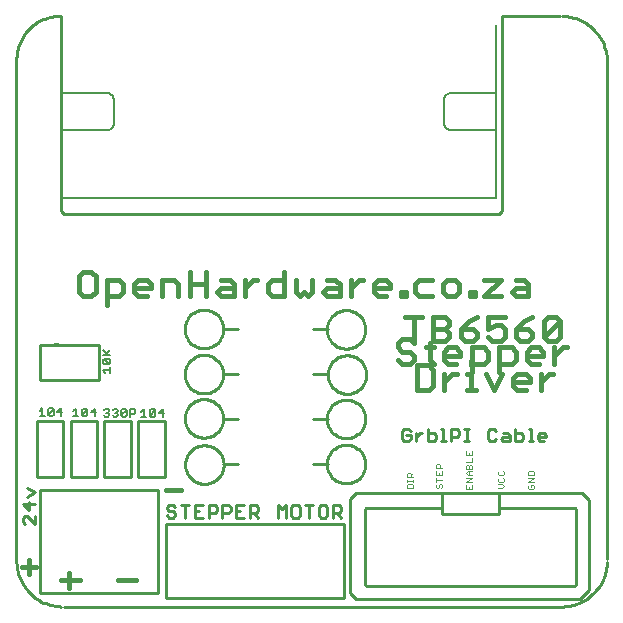
<source format=gto>
G75*
G70*
%OFA0B0*%
%FSLAX24Y24*%
%IPPOS*%
%LPD*%
%AMOC8*
5,1,8,0,0,1.08239X$1,22.5*
%
%ADD10C,0.0100*%
%ADD11C,0.0060*%
%ADD12C,0.0090*%
%ADD13C,0.0040*%
%ADD14C,0.0150*%
%ADD15C,0.0180*%
%ADD16C,0.0160*%
%ADD17C,0.0050*%
D10*
X002059Y001272D02*
X002059Y004717D01*
X005996Y004717D01*
X005996Y001272D01*
X002059Y001272D01*
X002847Y000829D02*
X019332Y000829D01*
X019382Y000829D01*
X020071Y001075D02*
X020367Y001370D01*
X020367Y004372D01*
X020120Y004619D01*
X015445Y004619D01*
X015445Y004126D01*
X015445Y003930D01*
X017365Y003930D01*
X017365Y004569D01*
X017414Y004126D02*
X019874Y004126D01*
X019924Y004077D01*
X019924Y001567D01*
X019874Y001518D01*
X012935Y001518D01*
X012886Y001567D01*
X012886Y004077D01*
X012935Y004126D01*
X015445Y004126D01*
X015445Y004619D02*
X012591Y004619D01*
X012394Y004422D01*
X012394Y001272D01*
X012591Y001075D01*
X020071Y001075D01*
X019332Y000829D02*
X019409Y000826D01*
X019486Y000827D01*
X019563Y000832D01*
X019640Y000841D01*
X019716Y000854D01*
X019791Y000870D01*
X019866Y000891D01*
X019939Y000915D01*
X020011Y000943D01*
X020082Y000974D01*
X020151Y001009D01*
X020218Y001047D01*
X020283Y001089D01*
X020346Y001133D01*
X020406Y001181D01*
X020464Y001232D01*
X020520Y001286D01*
X020572Y001343D01*
X020622Y001402D01*
X020668Y001463D01*
X020712Y001527D01*
X020752Y001593D01*
X020789Y001661D01*
X020822Y001730D01*
X020852Y001801D01*
X020879Y001874D01*
X020901Y001948D01*
X020920Y002023D01*
X020935Y002098D01*
X020946Y002175D01*
X020953Y002252D01*
X020957Y002329D01*
X020957Y002404D02*
X020957Y018889D01*
X020957Y018939D01*
X020957Y018889D02*
X020960Y018966D01*
X020959Y019043D01*
X020954Y019120D01*
X020945Y019197D01*
X020932Y019273D01*
X020916Y019348D01*
X020895Y019423D01*
X020871Y019496D01*
X020843Y019568D01*
X020812Y019639D01*
X020777Y019708D01*
X020739Y019775D01*
X020697Y019840D01*
X020653Y019903D01*
X020605Y019963D01*
X020554Y020021D01*
X020500Y020077D01*
X020443Y020129D01*
X020384Y020179D01*
X020323Y020225D01*
X020259Y020269D01*
X020193Y020309D01*
X020125Y020346D01*
X020056Y020379D01*
X019985Y020409D01*
X019912Y020436D01*
X019838Y020458D01*
X019763Y020477D01*
X019688Y020492D01*
X019611Y020503D01*
X019534Y020510D01*
X019457Y020514D01*
X019382Y020514D02*
X017463Y020514D01*
X017463Y014018D01*
X017365Y013920D01*
X002847Y013920D01*
X002748Y014018D01*
X002748Y020514D01*
X002673Y020513D01*
X002598Y020509D01*
X002523Y020500D01*
X002449Y020488D01*
X002376Y020472D01*
X002303Y020452D01*
X002232Y020428D01*
X002162Y020401D01*
X002094Y020370D01*
X002027Y020336D01*
X001962Y020298D01*
X001899Y020257D01*
X001838Y020213D01*
X001780Y020165D01*
X001724Y020115D01*
X001671Y020062D01*
X001621Y020006D01*
X001573Y019948D01*
X001529Y019887D01*
X001488Y019824D01*
X001450Y019759D01*
X001416Y019692D01*
X001385Y019624D01*
X001358Y019554D01*
X001334Y019483D01*
X001314Y019410D01*
X001298Y019337D01*
X001286Y019263D01*
X001277Y019188D01*
X001273Y019113D01*
X001272Y019038D01*
X001272Y019014D02*
X001272Y002454D01*
X001272Y002404D01*
X001272Y002454D02*
X001269Y002377D01*
X001270Y002300D01*
X001275Y002223D01*
X001284Y002146D01*
X001297Y002070D01*
X001313Y001995D01*
X001334Y001920D01*
X001358Y001847D01*
X001386Y001775D01*
X001417Y001704D01*
X001452Y001635D01*
X001490Y001568D01*
X001532Y001503D01*
X001576Y001440D01*
X001624Y001380D01*
X001675Y001322D01*
X001729Y001266D01*
X001786Y001214D01*
X001845Y001164D01*
X001906Y001118D01*
X001970Y001074D01*
X002036Y001034D01*
X002104Y000997D01*
X002173Y000964D01*
X002244Y000934D01*
X002317Y000907D01*
X002391Y000885D01*
X002466Y000866D01*
X002541Y000851D01*
X002618Y000840D01*
X002695Y000833D01*
X002772Y000829D01*
X006243Y001124D02*
X006243Y003585D01*
X012197Y003585D01*
X012197Y001124D01*
X006243Y001124D01*
X006218Y005140D02*
X005332Y005140D01*
X005332Y007015D01*
X006218Y007015D01*
X006218Y005140D01*
X005096Y005140D02*
X004195Y005140D01*
X004195Y007015D01*
X005096Y007015D01*
X005096Y005140D01*
X003959Y005155D02*
X003959Y007015D01*
X003088Y007015D01*
X003088Y005155D01*
X003132Y005155D02*
X003959Y005155D01*
X002837Y005155D02*
X002822Y005140D01*
X001951Y005140D01*
X001951Y007015D01*
X002837Y007015D01*
X002837Y005184D01*
X002055Y008388D02*
X002055Y009540D01*
X002069Y009555D02*
X004033Y009555D01*
X004033Y008388D01*
X002055Y008388D01*
X002522Y009579D02*
X002647Y009579D01*
X006880Y010081D02*
X006882Y010131D01*
X006888Y010181D01*
X006898Y010231D01*
X006911Y010279D01*
X006929Y010327D01*
X006950Y010372D01*
X006975Y010416D01*
X007003Y010458D01*
X007034Y010498D01*
X007068Y010535D01*
X007105Y010569D01*
X007145Y010600D01*
X007187Y010628D01*
X007231Y010653D01*
X007276Y010674D01*
X007324Y010692D01*
X007372Y010705D01*
X007422Y010715D01*
X007472Y010721D01*
X007522Y010723D01*
X007572Y010721D01*
X007622Y010715D01*
X007672Y010705D01*
X007720Y010692D01*
X007768Y010674D01*
X007813Y010653D01*
X007857Y010628D01*
X007899Y010600D01*
X007939Y010569D01*
X007976Y010535D01*
X008010Y010498D01*
X008041Y010458D01*
X008069Y010416D01*
X008094Y010372D01*
X008115Y010327D01*
X008133Y010279D01*
X008146Y010231D01*
X008156Y010181D01*
X008162Y010131D01*
X008164Y010081D01*
X008162Y010031D01*
X008156Y009981D01*
X008146Y009931D01*
X008133Y009883D01*
X008115Y009835D01*
X008094Y009790D01*
X008069Y009746D01*
X008041Y009704D01*
X008010Y009664D01*
X007976Y009627D01*
X007939Y009593D01*
X007899Y009562D01*
X007857Y009534D01*
X007813Y009509D01*
X007768Y009488D01*
X007720Y009470D01*
X007672Y009457D01*
X007622Y009447D01*
X007572Y009441D01*
X007522Y009439D01*
X007472Y009441D01*
X007422Y009447D01*
X007372Y009457D01*
X007324Y009470D01*
X007276Y009488D01*
X007231Y009509D01*
X007187Y009534D01*
X007145Y009562D01*
X007105Y009593D01*
X007068Y009627D01*
X007034Y009664D01*
X007003Y009704D01*
X006975Y009746D01*
X006950Y009790D01*
X006929Y009835D01*
X006911Y009883D01*
X006898Y009931D01*
X006888Y009981D01*
X006882Y010031D01*
X006880Y010081D01*
X008147Y010079D02*
X008647Y010079D01*
X008647Y008579D02*
X008147Y008579D01*
X006880Y008575D02*
X006882Y008625D01*
X006888Y008675D01*
X006898Y008725D01*
X006911Y008773D01*
X006929Y008821D01*
X006950Y008866D01*
X006975Y008910D01*
X007003Y008952D01*
X007034Y008992D01*
X007068Y009029D01*
X007105Y009063D01*
X007145Y009094D01*
X007187Y009122D01*
X007231Y009147D01*
X007276Y009168D01*
X007324Y009186D01*
X007372Y009199D01*
X007422Y009209D01*
X007472Y009215D01*
X007522Y009217D01*
X007572Y009215D01*
X007622Y009209D01*
X007672Y009199D01*
X007720Y009186D01*
X007768Y009168D01*
X007813Y009147D01*
X007857Y009122D01*
X007899Y009094D01*
X007939Y009063D01*
X007976Y009029D01*
X008010Y008992D01*
X008041Y008952D01*
X008069Y008910D01*
X008094Y008866D01*
X008115Y008821D01*
X008133Y008773D01*
X008146Y008725D01*
X008156Y008675D01*
X008162Y008625D01*
X008164Y008575D01*
X008162Y008525D01*
X008156Y008475D01*
X008146Y008425D01*
X008133Y008377D01*
X008115Y008329D01*
X008094Y008284D01*
X008069Y008240D01*
X008041Y008198D01*
X008010Y008158D01*
X007976Y008121D01*
X007939Y008087D01*
X007899Y008056D01*
X007857Y008028D01*
X007813Y008003D01*
X007768Y007982D01*
X007720Y007964D01*
X007672Y007951D01*
X007622Y007941D01*
X007572Y007935D01*
X007522Y007933D01*
X007472Y007935D01*
X007422Y007941D01*
X007372Y007951D01*
X007324Y007964D01*
X007276Y007982D01*
X007231Y008003D01*
X007187Y008028D01*
X007145Y008056D01*
X007105Y008087D01*
X007068Y008121D01*
X007034Y008158D01*
X007003Y008198D01*
X006975Y008240D01*
X006950Y008284D01*
X006929Y008329D01*
X006911Y008377D01*
X006898Y008425D01*
X006888Y008475D01*
X006882Y008525D01*
X006880Y008575D01*
X006880Y007099D02*
X006882Y007149D01*
X006888Y007199D01*
X006898Y007249D01*
X006911Y007297D01*
X006929Y007345D01*
X006950Y007390D01*
X006975Y007434D01*
X007003Y007476D01*
X007034Y007516D01*
X007068Y007553D01*
X007105Y007587D01*
X007145Y007618D01*
X007187Y007646D01*
X007231Y007671D01*
X007276Y007692D01*
X007324Y007710D01*
X007372Y007723D01*
X007422Y007733D01*
X007472Y007739D01*
X007522Y007741D01*
X007572Y007739D01*
X007622Y007733D01*
X007672Y007723D01*
X007720Y007710D01*
X007768Y007692D01*
X007813Y007671D01*
X007857Y007646D01*
X007899Y007618D01*
X007939Y007587D01*
X007976Y007553D01*
X008010Y007516D01*
X008041Y007476D01*
X008069Y007434D01*
X008094Y007390D01*
X008115Y007345D01*
X008133Y007297D01*
X008146Y007249D01*
X008156Y007199D01*
X008162Y007149D01*
X008164Y007099D01*
X008162Y007049D01*
X008156Y006999D01*
X008146Y006949D01*
X008133Y006901D01*
X008115Y006853D01*
X008094Y006808D01*
X008069Y006764D01*
X008041Y006722D01*
X008010Y006682D01*
X007976Y006645D01*
X007939Y006611D01*
X007899Y006580D01*
X007857Y006552D01*
X007813Y006527D01*
X007768Y006506D01*
X007720Y006488D01*
X007672Y006475D01*
X007622Y006465D01*
X007572Y006459D01*
X007522Y006457D01*
X007472Y006459D01*
X007422Y006465D01*
X007372Y006475D01*
X007324Y006488D01*
X007276Y006506D01*
X007231Y006527D01*
X007187Y006552D01*
X007145Y006580D01*
X007105Y006611D01*
X007068Y006645D01*
X007034Y006682D01*
X007003Y006722D01*
X006975Y006764D01*
X006950Y006808D01*
X006929Y006853D01*
X006911Y006901D01*
X006898Y006949D01*
X006888Y006999D01*
X006882Y007049D01*
X006880Y007099D01*
X008147Y007079D02*
X008647Y007079D01*
X008647Y005579D02*
X008147Y005579D01*
X006895Y005563D02*
X006897Y005613D01*
X006903Y005663D01*
X006913Y005713D01*
X006926Y005761D01*
X006944Y005809D01*
X006965Y005854D01*
X006990Y005898D01*
X007018Y005940D01*
X007049Y005980D01*
X007083Y006017D01*
X007120Y006051D01*
X007160Y006082D01*
X007202Y006110D01*
X007246Y006135D01*
X007291Y006156D01*
X007339Y006174D01*
X007387Y006187D01*
X007437Y006197D01*
X007487Y006203D01*
X007537Y006205D01*
X007587Y006203D01*
X007637Y006197D01*
X007687Y006187D01*
X007735Y006174D01*
X007783Y006156D01*
X007828Y006135D01*
X007872Y006110D01*
X007914Y006082D01*
X007954Y006051D01*
X007991Y006017D01*
X008025Y005980D01*
X008056Y005940D01*
X008084Y005898D01*
X008109Y005854D01*
X008130Y005809D01*
X008148Y005761D01*
X008161Y005713D01*
X008171Y005663D01*
X008177Y005613D01*
X008179Y005563D01*
X008177Y005513D01*
X008171Y005463D01*
X008161Y005413D01*
X008148Y005365D01*
X008130Y005317D01*
X008109Y005272D01*
X008084Y005228D01*
X008056Y005186D01*
X008025Y005146D01*
X007991Y005109D01*
X007954Y005075D01*
X007914Y005044D01*
X007872Y005016D01*
X007828Y004991D01*
X007783Y004970D01*
X007735Y004952D01*
X007687Y004939D01*
X007637Y004929D01*
X007587Y004923D01*
X007537Y004921D01*
X007487Y004923D01*
X007437Y004929D01*
X007387Y004939D01*
X007339Y004952D01*
X007291Y004970D01*
X007246Y004991D01*
X007202Y005016D01*
X007160Y005044D01*
X007120Y005075D01*
X007083Y005109D01*
X007049Y005146D01*
X007018Y005186D01*
X006990Y005228D01*
X006965Y005272D01*
X006944Y005317D01*
X006926Y005365D01*
X006913Y005413D01*
X006903Y005463D01*
X006897Y005513D01*
X006895Y005563D01*
X011147Y005579D02*
X011647Y005579D01*
X011619Y005578D02*
X011621Y005628D01*
X011627Y005678D01*
X011637Y005728D01*
X011650Y005776D01*
X011668Y005824D01*
X011689Y005869D01*
X011714Y005913D01*
X011742Y005955D01*
X011773Y005995D01*
X011807Y006032D01*
X011844Y006066D01*
X011884Y006097D01*
X011926Y006125D01*
X011970Y006150D01*
X012015Y006171D01*
X012063Y006189D01*
X012111Y006202D01*
X012161Y006212D01*
X012211Y006218D01*
X012261Y006220D01*
X012311Y006218D01*
X012361Y006212D01*
X012411Y006202D01*
X012459Y006189D01*
X012507Y006171D01*
X012552Y006150D01*
X012596Y006125D01*
X012638Y006097D01*
X012678Y006066D01*
X012715Y006032D01*
X012749Y005995D01*
X012780Y005955D01*
X012808Y005913D01*
X012833Y005869D01*
X012854Y005824D01*
X012872Y005776D01*
X012885Y005728D01*
X012895Y005678D01*
X012901Y005628D01*
X012903Y005578D01*
X012901Y005528D01*
X012895Y005478D01*
X012885Y005428D01*
X012872Y005380D01*
X012854Y005332D01*
X012833Y005287D01*
X012808Y005243D01*
X012780Y005201D01*
X012749Y005161D01*
X012715Y005124D01*
X012678Y005090D01*
X012638Y005059D01*
X012596Y005031D01*
X012552Y005006D01*
X012507Y004985D01*
X012459Y004967D01*
X012411Y004954D01*
X012361Y004944D01*
X012311Y004938D01*
X012261Y004936D01*
X012211Y004938D01*
X012161Y004944D01*
X012111Y004954D01*
X012063Y004967D01*
X012015Y004985D01*
X011970Y005006D01*
X011926Y005031D01*
X011884Y005059D01*
X011844Y005090D01*
X011807Y005124D01*
X011773Y005161D01*
X011742Y005201D01*
X011714Y005243D01*
X011689Y005287D01*
X011668Y005332D01*
X011650Y005380D01*
X011637Y005428D01*
X011627Y005478D01*
X011621Y005528D01*
X011619Y005578D01*
X011647Y007079D02*
X011147Y007079D01*
X011619Y007084D02*
X011621Y007134D01*
X011627Y007184D01*
X011637Y007234D01*
X011650Y007282D01*
X011668Y007330D01*
X011689Y007375D01*
X011714Y007419D01*
X011742Y007461D01*
X011773Y007501D01*
X011807Y007538D01*
X011844Y007572D01*
X011884Y007603D01*
X011926Y007631D01*
X011970Y007656D01*
X012015Y007677D01*
X012063Y007695D01*
X012111Y007708D01*
X012161Y007718D01*
X012211Y007724D01*
X012261Y007726D01*
X012311Y007724D01*
X012361Y007718D01*
X012411Y007708D01*
X012459Y007695D01*
X012507Y007677D01*
X012552Y007656D01*
X012596Y007631D01*
X012638Y007603D01*
X012678Y007572D01*
X012715Y007538D01*
X012749Y007501D01*
X012780Y007461D01*
X012808Y007419D01*
X012833Y007375D01*
X012854Y007330D01*
X012872Y007282D01*
X012885Y007234D01*
X012895Y007184D01*
X012901Y007134D01*
X012903Y007084D01*
X012901Y007034D01*
X012895Y006984D01*
X012885Y006934D01*
X012872Y006886D01*
X012854Y006838D01*
X012833Y006793D01*
X012808Y006749D01*
X012780Y006707D01*
X012749Y006667D01*
X012715Y006630D01*
X012678Y006596D01*
X012638Y006565D01*
X012596Y006537D01*
X012552Y006512D01*
X012507Y006491D01*
X012459Y006473D01*
X012411Y006460D01*
X012361Y006450D01*
X012311Y006444D01*
X012261Y006442D01*
X012211Y006444D01*
X012161Y006450D01*
X012111Y006460D01*
X012063Y006473D01*
X012015Y006491D01*
X011970Y006512D01*
X011926Y006537D01*
X011884Y006565D01*
X011844Y006596D01*
X011807Y006630D01*
X011773Y006667D01*
X011742Y006707D01*
X011714Y006749D01*
X011689Y006793D01*
X011668Y006838D01*
X011650Y006886D01*
X011637Y006934D01*
X011627Y006984D01*
X011621Y007034D01*
X011619Y007084D01*
X011647Y008579D02*
X011147Y008579D01*
X011649Y008560D02*
X011651Y008610D01*
X011657Y008660D01*
X011667Y008710D01*
X011680Y008758D01*
X011698Y008806D01*
X011719Y008851D01*
X011744Y008895D01*
X011772Y008937D01*
X011803Y008977D01*
X011837Y009014D01*
X011874Y009048D01*
X011914Y009079D01*
X011956Y009107D01*
X012000Y009132D01*
X012045Y009153D01*
X012093Y009171D01*
X012141Y009184D01*
X012191Y009194D01*
X012241Y009200D01*
X012291Y009202D01*
X012341Y009200D01*
X012391Y009194D01*
X012441Y009184D01*
X012489Y009171D01*
X012537Y009153D01*
X012582Y009132D01*
X012626Y009107D01*
X012668Y009079D01*
X012708Y009048D01*
X012745Y009014D01*
X012779Y008977D01*
X012810Y008937D01*
X012838Y008895D01*
X012863Y008851D01*
X012884Y008806D01*
X012902Y008758D01*
X012915Y008710D01*
X012925Y008660D01*
X012931Y008610D01*
X012933Y008560D01*
X012931Y008510D01*
X012925Y008460D01*
X012915Y008410D01*
X012902Y008362D01*
X012884Y008314D01*
X012863Y008269D01*
X012838Y008225D01*
X012810Y008183D01*
X012779Y008143D01*
X012745Y008106D01*
X012708Y008072D01*
X012668Y008041D01*
X012626Y008013D01*
X012582Y007988D01*
X012537Y007967D01*
X012489Y007949D01*
X012441Y007936D01*
X012391Y007926D01*
X012341Y007920D01*
X012291Y007918D01*
X012241Y007920D01*
X012191Y007926D01*
X012141Y007936D01*
X012093Y007949D01*
X012045Y007967D01*
X012000Y007988D01*
X011956Y008013D01*
X011914Y008041D01*
X011874Y008072D01*
X011837Y008106D01*
X011803Y008143D01*
X011772Y008183D01*
X011744Y008225D01*
X011719Y008269D01*
X011698Y008314D01*
X011680Y008362D01*
X011667Y008410D01*
X011657Y008460D01*
X011651Y008510D01*
X011649Y008560D01*
X011647Y010079D02*
X011147Y010079D01*
X011619Y010066D02*
X011621Y010116D01*
X011627Y010166D01*
X011637Y010216D01*
X011650Y010264D01*
X011668Y010312D01*
X011689Y010357D01*
X011714Y010401D01*
X011742Y010443D01*
X011773Y010483D01*
X011807Y010520D01*
X011844Y010554D01*
X011884Y010585D01*
X011926Y010613D01*
X011970Y010638D01*
X012015Y010659D01*
X012063Y010677D01*
X012111Y010690D01*
X012161Y010700D01*
X012211Y010706D01*
X012261Y010708D01*
X012311Y010706D01*
X012361Y010700D01*
X012411Y010690D01*
X012459Y010677D01*
X012507Y010659D01*
X012552Y010638D01*
X012596Y010613D01*
X012638Y010585D01*
X012678Y010554D01*
X012715Y010520D01*
X012749Y010483D01*
X012780Y010443D01*
X012808Y010401D01*
X012833Y010357D01*
X012854Y010312D01*
X012872Y010264D01*
X012885Y010216D01*
X012895Y010166D01*
X012901Y010116D01*
X012903Y010066D01*
X012901Y010016D01*
X012895Y009966D01*
X012885Y009916D01*
X012872Y009868D01*
X012854Y009820D01*
X012833Y009775D01*
X012808Y009731D01*
X012780Y009689D01*
X012749Y009649D01*
X012715Y009612D01*
X012678Y009578D01*
X012638Y009547D01*
X012596Y009519D01*
X012552Y009494D01*
X012507Y009473D01*
X012459Y009455D01*
X012411Y009442D01*
X012361Y009432D01*
X012311Y009426D01*
X012261Y009424D01*
X012211Y009426D01*
X012161Y009432D01*
X012111Y009442D01*
X012063Y009455D01*
X012015Y009473D01*
X011970Y009494D01*
X011926Y009519D01*
X011884Y009547D01*
X011844Y009578D01*
X011807Y009612D01*
X011773Y009649D01*
X011742Y009689D01*
X011714Y009731D01*
X011689Y009775D01*
X011668Y009820D01*
X011650Y009868D01*
X011637Y009916D01*
X011627Y009966D01*
X011621Y010016D01*
X011619Y010066D01*
D11*
X006186Y007283D02*
X006012Y007283D01*
X006142Y007414D01*
X006142Y007153D01*
X005891Y007197D02*
X005891Y007370D01*
X005718Y007197D01*
X005761Y007153D01*
X005848Y007153D01*
X005891Y007197D01*
X005891Y007370D02*
X005848Y007414D01*
X005761Y007414D01*
X005718Y007370D01*
X005718Y007197D01*
X005596Y007153D02*
X005423Y007153D01*
X005510Y007153D02*
X005510Y007414D01*
X005423Y007327D01*
X005238Y007293D02*
X005195Y007250D01*
X005065Y007250D01*
X005065Y007163D02*
X005065Y007423D01*
X005195Y007423D01*
X005238Y007380D01*
X005238Y007293D01*
X004944Y007207D02*
X004900Y007163D01*
X004814Y007163D01*
X004770Y007207D01*
X004944Y007380D01*
X004944Y007207D01*
X004944Y007380D02*
X004900Y007423D01*
X004814Y007423D01*
X004770Y007380D01*
X004770Y007207D01*
X004649Y007207D02*
X004606Y007163D01*
X004519Y007163D01*
X004476Y007207D01*
X004354Y007207D02*
X004311Y007163D01*
X004224Y007163D01*
X004181Y007207D01*
X004268Y007293D02*
X004311Y007293D01*
X004354Y007250D01*
X004354Y007207D01*
X004311Y007293D02*
X004354Y007337D01*
X004354Y007380D01*
X004311Y007423D01*
X004224Y007423D01*
X004181Y007380D01*
X004476Y007380D02*
X004519Y007423D01*
X004606Y007423D01*
X004649Y007380D01*
X004649Y007337D01*
X004606Y007293D01*
X004649Y007250D01*
X004649Y007207D01*
X004606Y007293D02*
X004562Y007293D01*
X003927Y007298D02*
X003753Y007298D01*
X003884Y007428D01*
X003884Y007168D01*
X003632Y007211D02*
X003632Y007385D01*
X003459Y007211D01*
X003502Y007168D01*
X003589Y007168D01*
X003632Y007211D01*
X003459Y007211D02*
X003459Y007385D01*
X003502Y007428D01*
X003589Y007428D01*
X003632Y007385D01*
X003338Y007168D02*
X003164Y007168D01*
X003251Y007168D02*
X003251Y007428D01*
X003164Y007342D01*
X002805Y007313D02*
X002631Y007313D01*
X002762Y007443D01*
X002762Y007183D01*
X002510Y007226D02*
X002510Y007400D01*
X002337Y007226D01*
X002380Y007183D01*
X002467Y007183D01*
X002510Y007226D01*
X002337Y007226D02*
X002337Y007400D01*
X002380Y007443D01*
X002467Y007443D01*
X002510Y007400D01*
X002216Y007183D02*
X002042Y007183D01*
X002129Y007183D02*
X002129Y007443D01*
X002042Y007356D01*
X004141Y008712D02*
X004401Y008712D01*
X004401Y008798D02*
X004401Y008625D01*
X004228Y008625D02*
X004141Y008712D01*
X004185Y008920D02*
X004141Y008963D01*
X004141Y009050D01*
X004185Y009093D01*
X004358Y008920D01*
X004401Y008963D01*
X004401Y009050D01*
X004358Y009093D01*
X004185Y009093D01*
X004141Y009214D02*
X004401Y009214D01*
X004315Y009214D02*
X004141Y009388D01*
X004271Y009258D02*
X004401Y009388D01*
X004358Y008920D02*
X004185Y008920D01*
D12*
X001891Y004633D02*
X001618Y004770D01*
X001618Y004497D02*
X001891Y004633D01*
X001686Y004310D02*
X001686Y004036D01*
X001481Y004241D01*
X001891Y004241D01*
X001891Y003849D02*
X001891Y003576D01*
X001618Y003849D01*
X001549Y003849D01*
X001481Y003781D01*
X001481Y003644D01*
X001549Y003576D01*
X006292Y003866D02*
X006361Y003797D01*
X006498Y003797D01*
X006566Y003866D01*
X006566Y003934D01*
X006498Y004003D01*
X006361Y004003D01*
X006292Y004071D01*
X006292Y004139D01*
X006361Y004208D01*
X006498Y004208D01*
X006566Y004139D01*
X006753Y004208D02*
X007026Y004208D01*
X006890Y004208D02*
X006890Y003797D01*
X007213Y003797D02*
X007487Y003797D01*
X007674Y003797D02*
X007674Y004208D01*
X007879Y004208D01*
X007947Y004139D01*
X007947Y004003D01*
X007879Y003934D01*
X007674Y003934D01*
X007350Y004003D02*
X007213Y004003D01*
X007213Y004208D02*
X007213Y003797D01*
X007213Y004208D02*
X007487Y004208D01*
X008134Y004208D02*
X008134Y003797D01*
X008134Y003934D02*
X008339Y003934D01*
X008408Y004003D01*
X008408Y004139D01*
X008339Y004208D01*
X008134Y004208D01*
X008594Y004208D02*
X008594Y003797D01*
X008868Y003797D01*
X009055Y003797D02*
X009055Y004208D01*
X009260Y004208D01*
X009328Y004139D01*
X009328Y004003D01*
X009260Y003934D01*
X009055Y003934D01*
X009192Y003934D02*
X009328Y003797D01*
X008868Y004208D02*
X008594Y004208D01*
X008594Y004003D02*
X008731Y004003D01*
X009976Y003797D02*
X009976Y004208D01*
X010112Y004071D01*
X010249Y004208D01*
X010249Y003797D01*
X010436Y003866D02*
X010436Y004139D01*
X010504Y004208D01*
X010641Y004208D01*
X010710Y004139D01*
X010710Y003866D01*
X010641Y003797D01*
X010504Y003797D01*
X010436Y003866D01*
X010896Y004208D02*
X011170Y004208D01*
X011033Y004208D02*
X011033Y003797D01*
X011357Y003866D02*
X011357Y004139D01*
X011425Y004208D01*
X011562Y004208D01*
X011630Y004139D01*
X011630Y003866D01*
X011562Y003797D01*
X011425Y003797D01*
X011357Y003866D01*
X011817Y003934D02*
X012022Y003934D01*
X012091Y004003D01*
X012091Y004139D01*
X012022Y004208D01*
X011817Y004208D01*
X011817Y003797D01*
X011954Y003934D02*
X012091Y003797D01*
X014203Y006353D02*
X014340Y006353D01*
X014408Y006422D01*
X014408Y006559D01*
X014271Y006559D01*
X014135Y006695D02*
X014135Y006422D01*
X014203Y006353D01*
X014135Y006695D02*
X014203Y006764D01*
X014340Y006764D01*
X014408Y006695D01*
X014595Y006627D02*
X014595Y006353D01*
X014595Y006490D02*
X014732Y006627D01*
X014800Y006627D01*
X014979Y006627D02*
X015184Y006627D01*
X015252Y006559D01*
X015252Y006422D01*
X015184Y006353D01*
X014979Y006353D01*
X014979Y006764D01*
X015439Y006764D02*
X015507Y006764D01*
X015507Y006353D01*
X015439Y006353D02*
X015576Y006353D01*
X015746Y006353D02*
X015746Y006764D01*
X015951Y006764D01*
X016020Y006695D01*
X016020Y006559D01*
X015951Y006490D01*
X015746Y006490D01*
X016206Y006353D02*
X016343Y006353D01*
X016275Y006353D02*
X016275Y006764D01*
X016343Y006764D02*
X016206Y006764D01*
X016974Y006695D02*
X016974Y006422D01*
X017042Y006353D01*
X017179Y006353D01*
X017247Y006422D01*
X017434Y006422D02*
X017502Y006353D01*
X017708Y006353D01*
X017708Y006559D01*
X017639Y006627D01*
X017502Y006627D01*
X017502Y006490D02*
X017708Y006490D01*
X017502Y006490D02*
X017434Y006422D01*
X017247Y006695D02*
X017179Y006764D01*
X017042Y006764D01*
X016974Y006695D01*
X017894Y006627D02*
X018100Y006627D01*
X018168Y006559D01*
X018168Y006422D01*
X018100Y006353D01*
X017894Y006353D01*
X017894Y006764D01*
X018355Y006764D02*
X018423Y006764D01*
X018423Y006353D01*
X018355Y006353D02*
X018492Y006353D01*
X018662Y006422D02*
X018662Y006559D01*
X018730Y006627D01*
X018867Y006627D01*
X018935Y006559D01*
X018935Y006490D01*
X018662Y006490D01*
X018662Y006422D02*
X018730Y006353D01*
X018867Y006353D01*
D13*
X018478Y005337D02*
X018344Y005337D01*
X018311Y005304D01*
X018311Y005204D01*
X018511Y005204D01*
X018511Y005304D01*
X018478Y005337D01*
X018511Y005116D02*
X018311Y005116D01*
X018311Y004983D02*
X018511Y005116D01*
X018511Y004983D02*
X018311Y004983D01*
X018344Y004895D02*
X018311Y004862D01*
X018311Y004795D01*
X018344Y004762D01*
X018478Y004762D01*
X018511Y004795D01*
X018511Y004862D01*
X018478Y004895D01*
X018411Y004895D01*
X018411Y004828D01*
X017522Y004843D02*
X017455Y004910D01*
X017322Y004910D01*
X017355Y004997D02*
X017488Y004997D01*
X017522Y005031D01*
X017522Y005097D01*
X017488Y005131D01*
X017488Y005218D02*
X017522Y005252D01*
X017522Y005318D01*
X017488Y005352D01*
X017355Y005352D02*
X017322Y005318D01*
X017322Y005252D01*
X017355Y005218D01*
X017488Y005218D01*
X017355Y005131D02*
X017322Y005097D01*
X017322Y005031D01*
X017355Y004997D01*
X017322Y004776D02*
X017455Y004776D01*
X017522Y004843D01*
X016444Y004895D02*
X016444Y004762D01*
X016244Y004762D01*
X016244Y004895D01*
X016244Y004983D02*
X016444Y005116D01*
X016244Y005116D01*
X016311Y005204D02*
X016244Y005270D01*
X016311Y005337D01*
X016444Y005337D01*
X016444Y005424D02*
X016444Y005525D01*
X016411Y005558D01*
X016377Y005558D01*
X016344Y005525D01*
X016344Y005424D01*
X016344Y005337D02*
X016344Y005204D01*
X016311Y005204D02*
X016444Y005204D01*
X016444Y005424D02*
X016244Y005424D01*
X016244Y005525D01*
X016277Y005558D01*
X016311Y005558D01*
X016344Y005525D01*
X016444Y005645D02*
X016444Y005779D01*
X016444Y005866D02*
X016444Y006000D01*
X016344Y005933D02*
X016344Y005866D01*
X016244Y005866D02*
X016444Y005866D01*
X016244Y005866D02*
X016244Y006000D01*
X016244Y005645D02*
X016444Y005645D01*
X016444Y004983D02*
X016244Y004983D01*
X016344Y004828D02*
X016344Y004762D01*
X015455Y004810D02*
X015421Y004776D01*
X015455Y004810D02*
X015455Y004876D01*
X015421Y004910D01*
X015388Y004910D01*
X015355Y004876D01*
X015355Y004810D01*
X015321Y004776D01*
X015288Y004776D01*
X015255Y004810D01*
X015255Y004876D01*
X015288Y004910D01*
X015255Y004997D02*
X015255Y005131D01*
X015255Y005064D02*
X015455Y005064D01*
X015455Y005218D02*
X015255Y005218D01*
X015255Y005352D01*
X015255Y005439D02*
X015255Y005539D01*
X015288Y005573D01*
X015355Y005573D01*
X015388Y005539D01*
X015388Y005439D01*
X015455Y005439D02*
X015255Y005439D01*
X015355Y005285D02*
X015355Y005218D01*
X015455Y005218D02*
X015455Y005352D01*
X014480Y005278D02*
X014414Y005211D01*
X014414Y005245D02*
X014414Y005145D01*
X014480Y005145D02*
X014280Y005145D01*
X014280Y005245D01*
X014314Y005278D01*
X014380Y005278D01*
X014414Y005245D01*
X014480Y005064D02*
X014480Y004997D01*
X014480Y005031D02*
X014280Y005031D01*
X014280Y005064D02*
X014280Y004997D01*
X014314Y004910D02*
X014280Y004876D01*
X014280Y004776D01*
X014480Y004776D01*
X014480Y004876D01*
X014447Y004910D01*
X014314Y004910D01*
D14*
X001687Y002397D02*
X001687Y001923D01*
X001450Y002160D02*
X001924Y002160D01*
D15*
X004283Y010896D02*
X004283Y011716D01*
X004693Y011716D01*
X004830Y011579D01*
X004830Y011306D01*
X004693Y011169D01*
X004283Y011169D01*
X003909Y011306D02*
X003772Y011169D01*
X003499Y011169D01*
X003362Y011306D01*
X003362Y011853D01*
X003499Y011990D01*
X003772Y011990D01*
X003909Y011853D01*
X003909Y011306D01*
X005204Y011306D02*
X005204Y011579D01*
X005340Y011716D01*
X005614Y011716D01*
X005751Y011579D01*
X005751Y011443D01*
X005204Y011443D01*
X005204Y011306D02*
X005340Y011169D01*
X005614Y011169D01*
X006124Y011169D02*
X006124Y011716D01*
X006535Y011716D01*
X006672Y011579D01*
X006672Y011169D01*
X007045Y011169D02*
X007045Y011990D01*
X007045Y011579D02*
X007592Y011579D01*
X007592Y011169D02*
X007592Y011990D01*
X008103Y011716D02*
X008376Y011716D01*
X008513Y011579D01*
X008513Y011169D01*
X008103Y011169D01*
X007966Y011306D01*
X008103Y011443D01*
X008513Y011443D01*
X008887Y011443D02*
X009160Y011716D01*
X009297Y011716D01*
X009654Y011579D02*
X009791Y011716D01*
X010201Y011716D01*
X010201Y011990D02*
X010201Y011169D01*
X009791Y011169D01*
X009654Y011306D01*
X009654Y011579D01*
X008887Y011716D02*
X008887Y011169D01*
X010575Y011306D02*
X010712Y011169D01*
X010848Y011306D01*
X010985Y011169D01*
X011122Y011306D01*
X011122Y011716D01*
X011632Y011716D02*
X011906Y011716D01*
X012043Y011579D01*
X012043Y011169D01*
X011632Y011169D01*
X011496Y011306D01*
X011632Y011443D01*
X012043Y011443D01*
X012416Y011443D02*
X012690Y011716D01*
X012827Y011716D01*
X013184Y011579D02*
X013321Y011716D01*
X013594Y011716D01*
X013731Y011579D01*
X013731Y011443D01*
X013184Y011443D01*
X013184Y011579D02*
X013184Y011306D01*
X013321Y011169D01*
X013594Y011169D01*
X014105Y011169D02*
X014241Y011169D01*
X014241Y011306D01*
X014105Y011306D01*
X014105Y011169D01*
X014565Y011306D02*
X014565Y011579D01*
X014702Y011716D01*
X015112Y011716D01*
X015486Y011579D02*
X015486Y011306D01*
X015623Y011169D01*
X015896Y011169D01*
X016033Y011306D01*
X016033Y011579D01*
X015896Y011716D01*
X015623Y011716D01*
X015486Y011579D01*
X015112Y011169D02*
X014702Y011169D01*
X014565Y011306D01*
X014511Y010490D02*
X014511Y009669D01*
X014534Y009603D02*
X014397Y009740D01*
X014124Y009740D01*
X013987Y009603D01*
X013987Y009466D01*
X014124Y009329D01*
X014397Y009329D01*
X014534Y009193D01*
X014534Y009056D01*
X014397Y008919D01*
X014124Y008919D01*
X013987Y009056D01*
X014612Y008865D02*
X015022Y008865D01*
X015159Y008728D01*
X015159Y008181D01*
X015022Y008044D01*
X014612Y008044D01*
X014612Y008865D01*
X015045Y009056D02*
X015181Y008919D01*
X015045Y009056D02*
X015045Y009603D01*
X015158Y009669D02*
X015568Y009669D01*
X015705Y009806D01*
X015705Y009943D01*
X015568Y010079D01*
X015158Y010079D01*
X015158Y009669D02*
X015158Y010490D01*
X015568Y010490D01*
X015705Y010353D01*
X015705Y010216D01*
X015568Y010079D01*
X016079Y010079D02*
X016079Y009806D01*
X016215Y009669D01*
X016489Y009669D01*
X016626Y009806D01*
X016626Y009943D01*
X016489Y010079D01*
X016079Y010079D01*
X016352Y010353D01*
X016626Y010490D01*
X016999Y010490D02*
X016999Y010079D01*
X017273Y010216D01*
X017410Y010216D01*
X017547Y010079D01*
X017547Y009806D01*
X017410Y009669D01*
X017136Y009669D01*
X016999Y009806D01*
X016853Y009466D02*
X016990Y009329D01*
X016990Y009056D01*
X016853Y008919D01*
X016442Y008919D01*
X016437Y008865D02*
X016437Y009002D01*
X016442Y008646D02*
X016442Y009466D01*
X016853Y009466D01*
X017363Y009466D02*
X017774Y009466D01*
X017910Y009329D01*
X017910Y009056D01*
X017774Y008919D01*
X017363Y008919D01*
X017363Y008646D02*
X017363Y009466D01*
X017920Y009806D02*
X017920Y010079D01*
X018331Y010079D01*
X018467Y009943D01*
X018467Y009806D01*
X018331Y009669D01*
X018057Y009669D01*
X017920Y009806D01*
X017920Y010079D02*
X018194Y010353D01*
X018467Y010490D01*
X018841Y010353D02*
X018978Y010490D01*
X019251Y010490D01*
X019388Y010353D01*
X018841Y009806D01*
X018978Y009669D01*
X019251Y009669D01*
X019388Y009806D01*
X019388Y010353D01*
X018841Y010353D02*
X018841Y009806D01*
X018694Y009466D02*
X018421Y009466D01*
X018284Y009329D01*
X018284Y009056D01*
X018421Y008919D01*
X018694Y008919D01*
X018831Y009193D02*
X018284Y009193D01*
X018694Y009466D02*
X018831Y009329D01*
X018831Y009193D01*
X019205Y009193D02*
X019478Y009466D01*
X019615Y009466D01*
X019205Y009466D02*
X019205Y008919D01*
X019166Y008591D02*
X019029Y008591D01*
X018756Y008318D01*
X018756Y008591D02*
X018756Y008044D01*
X018382Y008318D02*
X018382Y008454D01*
X018245Y008591D01*
X017972Y008591D01*
X017835Y008454D01*
X017835Y008181D01*
X017972Y008044D01*
X018245Y008044D01*
X018382Y008318D02*
X017835Y008318D01*
X017461Y008591D02*
X017188Y008044D01*
X016914Y008591D01*
X016437Y008591D02*
X016437Y008044D01*
X016300Y008044D02*
X016574Y008044D01*
X016437Y008591D02*
X016300Y008591D01*
X015943Y008591D02*
X015806Y008591D01*
X015533Y008318D01*
X015533Y008591D02*
X015533Y008044D01*
X015658Y008919D02*
X015522Y009056D01*
X015522Y009329D01*
X015658Y009466D01*
X015932Y009466D01*
X016069Y009329D01*
X016069Y009193D01*
X015522Y009193D01*
X015658Y008919D02*
X015932Y008919D01*
X015181Y009466D02*
X014908Y009466D01*
X014784Y010490D02*
X014237Y010490D01*
X012416Y011169D02*
X012416Y011716D01*
X010575Y011716D02*
X010575Y011306D01*
X016407Y011306D02*
X016407Y011169D01*
X016543Y011169D01*
X016543Y011306D01*
X016407Y011306D01*
X016867Y011169D02*
X017414Y011169D01*
X017788Y011306D02*
X017924Y011443D01*
X018335Y011443D01*
X018335Y011579D02*
X018335Y011169D01*
X017924Y011169D01*
X017788Y011306D01*
X017924Y011716D02*
X018198Y011716D01*
X018335Y011579D01*
X017414Y011716D02*
X016867Y011169D01*
X016867Y011716D02*
X017414Y011716D01*
X017547Y010490D02*
X016999Y010490D01*
D16*
X006772Y004704D02*
X006272Y004704D01*
X005272Y001704D02*
X004647Y001704D01*
X003397Y001704D02*
X002772Y001704D01*
X003022Y001454D02*
X003022Y001954D01*
D17*
X002772Y014454D02*
X017272Y014454D01*
X017272Y016704D01*
X015772Y016704D01*
X015742Y016706D01*
X015712Y016711D01*
X015683Y016720D01*
X015656Y016733D01*
X015630Y016748D01*
X015606Y016767D01*
X015585Y016788D01*
X015566Y016812D01*
X015551Y016838D01*
X015538Y016865D01*
X015529Y016894D01*
X015524Y016924D01*
X015522Y016954D01*
X015522Y017704D01*
X015524Y017734D01*
X015529Y017764D01*
X015538Y017793D01*
X015551Y017820D01*
X015566Y017846D01*
X015585Y017870D01*
X015606Y017891D01*
X015630Y017910D01*
X015656Y017925D01*
X015683Y017938D01*
X015712Y017947D01*
X015742Y017952D01*
X015772Y017954D01*
X017272Y017954D01*
X017272Y020204D01*
X017272Y017954D02*
X017272Y016704D01*
X004522Y016954D02*
X004522Y017704D01*
X004520Y017734D01*
X004515Y017764D01*
X004506Y017793D01*
X004493Y017820D01*
X004478Y017846D01*
X004459Y017870D01*
X004438Y017891D01*
X004414Y017910D01*
X004388Y017925D01*
X004361Y017938D01*
X004332Y017947D01*
X004302Y017952D01*
X004272Y017954D01*
X002772Y017954D01*
X002772Y016704D01*
X004272Y016704D01*
X004302Y016706D01*
X004332Y016711D01*
X004361Y016720D01*
X004388Y016733D01*
X004414Y016748D01*
X004438Y016767D01*
X004459Y016788D01*
X004478Y016812D01*
X004493Y016838D01*
X004506Y016865D01*
X004515Y016894D01*
X004520Y016924D01*
X004522Y016954D01*
X002772Y016704D02*
X002772Y014454D01*
M02*

</source>
